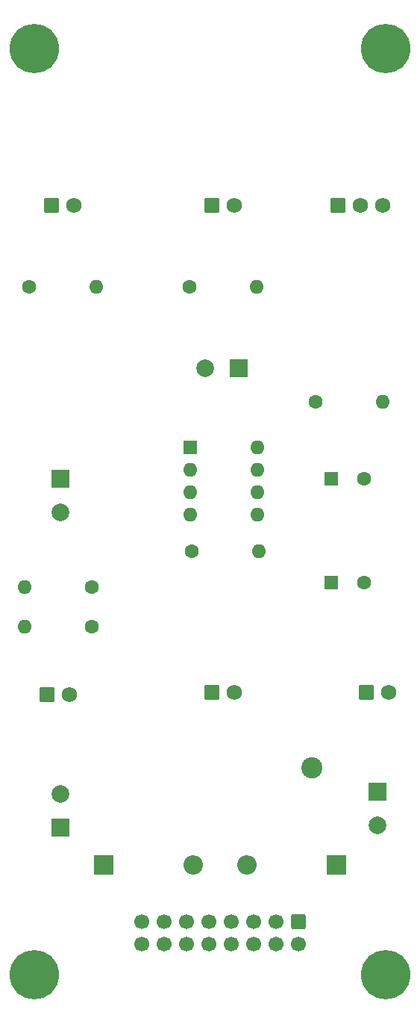
<source format=gbr>
%TF.GenerationSoftware,KiCad,Pcbnew,(6.0.7)*%
%TF.CreationDate,2023-01-30T14:02:46-05:00*%
%TF.ProjectId,METRONOME,4d455452-4f4e-44f4-9d45-2e6b69636164,rev?*%
%TF.SameCoordinates,Original*%
%TF.FileFunction,Soldermask,Bot*%
%TF.FilePolarity,Negative*%
%FSLAX46Y46*%
G04 Gerber Fmt 4.6, Leading zero omitted, Abs format (unit mm)*
G04 Created by KiCad (PCBNEW (6.0.7)) date 2023-01-30 14:02:46*
%MOMM*%
%LPD*%
G01*
G04 APERTURE LIST*
G04 Aperture macros list*
%AMRoundRect*
0 Rectangle with rounded corners*
0 $1 Rounding radius*
0 $2 $3 $4 $5 $6 $7 $8 $9 X,Y pos of 4 corners*
0 Add a 4 corners polygon primitive as box body*
4,1,4,$2,$3,$4,$5,$6,$7,$8,$9,$2,$3,0*
0 Add four circle primitives for the rounded corners*
1,1,$1+$1,$2,$3*
1,1,$1+$1,$4,$5*
1,1,$1+$1,$6,$7*
1,1,$1+$1,$8,$9*
0 Add four rect primitives between the rounded corners*
20,1,$1+$1,$2,$3,$4,$5,0*
20,1,$1+$1,$4,$5,$6,$7,0*
20,1,$1+$1,$6,$7,$8,$9,0*
20,1,$1+$1,$8,$9,$2,$3,0*%
G04 Aperture macros list end*
%ADD10C,5.600000*%
%ADD11C,2.400000*%
%ADD12RoundRect,0.250000X-0.620000X-0.620000X0.620000X-0.620000X0.620000X0.620000X-0.620000X0.620000X0*%
%ADD13C,1.740000*%
%ADD14R,1.600000X1.600000*%
%ADD15C,1.600000*%
%ADD16O,1.600000X1.600000*%
%ADD17R,2.000000X2.000000*%
%ADD18C,2.000000*%
%ADD19R,2.200000X2.200000*%
%ADD20O,2.200000X2.200000*%
%ADD21RoundRect,0.250000X-0.600000X0.600000X-0.600000X-0.600000X0.600000X-0.600000X0.600000X0.600000X0*%
%ADD22C,1.700000*%
G04 APERTURE END LIST*
D10*
%TO.C,H2*%
X144920000Y-43500000D03*
%TD*%
D11*
%TO.C,-12V*%
X136500000Y-125000000D03*
%TD*%
D12*
%TO.C,J2*%
X125230000Y-61250000D03*
D13*
X127770000Y-61250000D03*
%TD*%
D14*
%TO.C,C2*%
X138697349Y-104000000D03*
D15*
X142497349Y-104000000D03*
%TD*%
%TO.C,R4*%
X111560000Y-109000000D03*
D16*
X103940000Y-109000000D03*
%TD*%
D15*
%TO.C,R1*%
X122940000Y-100500000D03*
D16*
X130560000Y-100500000D03*
%TD*%
D17*
%TO.C,C3*%
X128267677Y-79750000D03*
D18*
X124467677Y-79750000D03*
%TD*%
D17*
%TO.C,C10*%
X144000000Y-127732323D03*
D18*
X144000000Y-131532323D03*
%TD*%
D17*
%TO.C,C9*%
X108000000Y-131767677D03*
D18*
X108000000Y-127967677D03*
%TD*%
D15*
%TO.C,R5*%
X104440000Y-70500000D03*
D16*
X112060000Y-70500000D03*
%TD*%
D19*
%TO.C,D4*%
X139330000Y-136000000D03*
D20*
X129170000Y-136000000D03*
%TD*%
D12*
%TO.C,J6*%
X142750000Y-116500000D03*
D13*
X145290000Y-116500000D03*
%TD*%
D19*
%TO.C,D3*%
X112920000Y-136000000D03*
D20*
X123080000Y-136000000D03*
%TD*%
D12*
%TO.C,R3*%
X139460000Y-61250000D03*
D13*
X142000000Y-61250000D03*
X144540000Y-61250000D03*
%TD*%
D12*
%TO.C,J8*%
X106980000Y-61250000D03*
D13*
X109520000Y-61250000D03*
%TD*%
D14*
%TO.C,U1*%
X122700000Y-88700000D03*
D16*
X122700000Y-91240000D03*
X122700000Y-93780000D03*
X122700000Y-96320000D03*
X130320000Y-96320000D03*
X130320000Y-93780000D03*
X130320000Y-91240000D03*
X130320000Y-88700000D03*
%TD*%
D17*
%TO.C,C4*%
X108000000Y-92232323D03*
D18*
X108000000Y-96032323D03*
%TD*%
D15*
%TO.C,R6*%
X111560000Y-104500000D03*
D16*
X103940000Y-104500000D03*
%TD*%
D15*
%TO.C,R7*%
X122690000Y-70500000D03*
D16*
X130310000Y-70500000D03*
%TD*%
D21*
%TO.C,J3*%
X135000000Y-142460000D03*
D22*
X135000000Y-145000000D03*
X132460000Y-142460000D03*
X132460000Y-145000000D03*
X129920000Y-142460000D03*
X129920000Y-145000000D03*
X127380000Y-142460000D03*
X127380000Y-145000000D03*
X124840000Y-142460000D03*
X124840000Y-145000000D03*
X122300000Y-142460000D03*
X122300000Y-145000000D03*
X119760000Y-142460000D03*
X119760000Y-145000000D03*
X117220000Y-142460000D03*
X117220000Y-145000000D03*
%TD*%
D10*
%TO.C,H4*%
X144920000Y-148500000D03*
%TD*%
%TO.C,H1*%
X105080000Y-43500000D03*
%TD*%
D14*
%TO.C,C1*%
X138697349Y-92250000D03*
D15*
X142497349Y-92250000D03*
%TD*%
%TO.C,R2*%
X136940000Y-83500000D03*
D16*
X144560000Y-83500000D03*
%TD*%
D12*
%TO.C,S1*%
X125230000Y-116500000D03*
D13*
X127770000Y-116500000D03*
%TD*%
D10*
%TO.C,H3*%
X105080000Y-148500000D03*
%TD*%
D12*
%TO.C,J1*%
X106460000Y-116750000D03*
D13*
X109000000Y-116750000D03*
%TD*%
M02*

</source>
